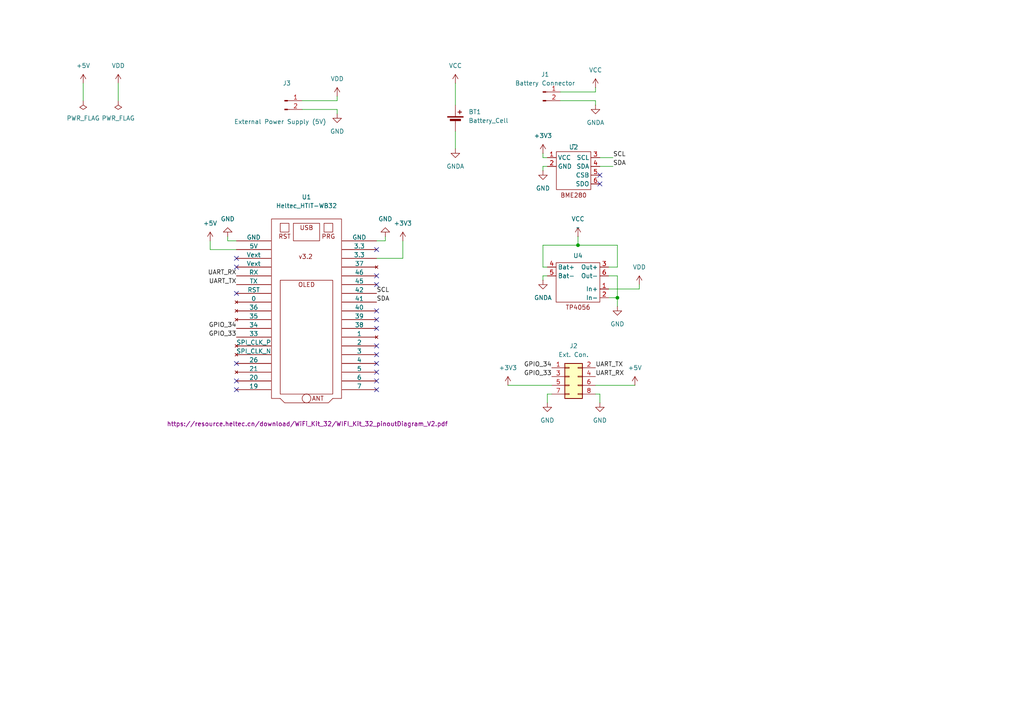
<source format=kicad_sch>
(kicad_sch (version 20231120) (generator "eeschema") (generator_version "8.0")
  (paper "A4")
  (lib_symbols
    (symbol "Connector:Conn_01x02_Pin" (pin_names (offset 1.016) hide)
      (property "Reference" "J" (at 0 2.54 0))
      (property "Value" "Conn_01x02_Pin" (at 0 -5.08 0))
      (symbol "Conn_01x02_Pin_1_1"
        (polyline (pts (xy 1.27 -2.54) (xy 0.8636 -2.54)) (stroke (width 0.1524)))
        (polyline (pts (xy 1.27 0) (xy 0.8636 0)) (stroke (width 0.1524)))
        (rectangle (start 0.8636 -2.413) (end 0 -2.667) (stroke (width 0.1524)) (fill (type outline)))
        (rectangle (start 0.8636 0.127) (end 0 -0.127) (stroke (width 0.1524)) (fill (type outline)))
        (pin passive line (at 5.08 0 180) (length 3.81) (name "Pin_1") (number "1"))
        (pin passive line (at 5.08 -2.54 180) (length 3.81) (name "Pin_2") (number "2"))
      )
    )
    (symbol "Connector_Generic:Conn_02x04_Odd_Even" (pin_names (offset 1.016) hide)
      (property "Reference" "J" (at 1.27 5.08 0))
      (property "Value" "Conn_02x04_Odd_Even" (at 1.27 -7.62 0))
      (symbol "Conn_02x04_Odd_Even_1_1"
        (rectangle (start -1.27 -4.953) (end 0 -5.207) (stroke (width 0.1524)))
        (rectangle (start -1.27 -2.413) (end 0 -2.667) (stroke (width 0.1524)))
        (rectangle (start -1.27 0.127) (end 0 -0.127) (stroke (width 0.1524)))
        (rectangle (start -1.27 2.667) (end 0 2.413) (stroke (width 0.1524)))
        (rectangle (start -1.27 3.81) (end 3.81 -6.35) (stroke (width 0.254)) (fill (type background)))
        (rectangle (start 3.81 -4.953) (end 2.54 -5.207) (stroke (width 0.1524)))
        (rectangle (start 3.81 -2.413) (end 2.54 -2.667) (stroke (width 0.1524)))
        (rectangle (start 3.81 0.127) (end 2.54 -0.127) (stroke (width 0.1524)))
        (rectangle (start 3.81 2.667) (end 2.54 2.413) (stroke (width 0.1524)))
        (pin passive line (at -5.08 2.54 0) (length 3.81) (name "Pin_1") (number "1"))
        (pin passive line (at 7.62 2.54 180) (length 3.81) (name "Pin_2") (number "2"))
        (pin passive line (at -5.08 0 0) (length 3.81) (name "Pin_3") (number "3"))
        (pin passive line (at 7.62 0 180) (length 3.81) (name "Pin_4") (number "4"))
        (pin passive line (at -5.08 -2.54 0) (length 3.81) (name "Pin_5") (number "5"))
        (pin passive line (at 7.62 -2.54 180) (length 3.81) (name "Pin_6") (number "6"))
        (pin passive line (at -5.08 -5.08 0) (length 3.81) (name "Pin_7") (number "7"))
        (pin passive line (at 7.62 -5.08 180) (length 3.81) (name "Pin_8") (number "8"))
      )
    )
    (symbol "Device:Battery_Cell" (pin_numbers hide) (pin_names (offset 0) hide)
      (property "Reference" "BT" (at 2.54 2.54 0))
      (property "Value" "Battery_Cell" (at 2.54 0 0))
      (symbol "Battery_Cell_0_1"
        (rectangle (start -2.286 1.778) (end 2.286 1.524) (fill (type outline)))
        (rectangle (start -1.524 1.016) (end 1.524 0.508) (fill (type outline)))
        (polyline (pts (xy 0 0.762) (xy 0 0)))
        (polyline (pts (xy 0 1.778) (xy 0 2.54)))
        (polyline (pts (xy 0.762 3.048) (xy 1.778 3.048)) (stroke (width 0.254)))
        (polyline (pts (xy 1.27 3.556) (xy 1.27 2.54)) (stroke (width 0.254)))
      )
      (symbol "Battery_Cell_1_1"
        (pin passive line (at 0 5.08 270) (length 2.54) (name "+") (number "1"))
        (pin passive line (at 0 -2.54 90) (length 2.54) (name "-") (number "2"))
      )
    )
    (symbol "heltec_htit-wb32:BME280"
      (property "Reference" "U" (at 0 4.318 0))
      (symbol "BME280_0_1"
        (rectangle (start -5 3) (end 5 -8))
      )
      (symbol "BME280_1_1"
        (text "BME280" (at 0 -9.652 0) (effects (font (size 1.27 1.27))))
        (pin power_in line (at -7.62 1.27 0) (length 2.54) (name "VCC") (number "1"))
        (pin power_in line (at -7.62 -1.27 0) (length 2.54) (name "GND") (number "2"))
        (pin input line (at 7.62 1.27 180) (length 2.54) (name "SCL") (number "3"))
        (pin input line (at 7.62 -1.27 180) (length 2.54) (name "SDA") (number "4"))
        (pin input line (at 7.62 -3.81 180) (length 2.54) (name "CSB") (number "5"))
        (pin input line (at 7.62 -6.35 180) (length 2.54) (name "SDO") (number "6"))
      )
    )
    (symbol "heltec_htit-wb32:Heltec_HTIT-WB32-v3.2" (pin_numbers hide) (pin_names (offset 0))
      (property "Reference" "U" (at 0 27.94 0))
      (property "Value" "Heltec_HTIT-WB32-v3.2" (at 0 -29.718 0))
      (property "Datasheet" "https://resource.heltec.cn/download/WiFi_Kit_32/WIFI_Kit_32_pinoutDiagram_V2.pdf" (at 0.254 -32.766 0))
      (symbol "Heltec_HTIT-WB32-v3.2_0_0"
        (rectangle (start -5.08 22.86) (end -7.62 25.4))
        (rectangle (start 3.81 25.4) (end -3.81 20.32))
        (rectangle (start 5.08 22.86) (end 7.62 25.4))
        (rectangle (start 7.62 -24.13) (end -7.62 8.89))
        (text "OLED" (at 0 7.62 0) (effects (font (size 1.27 1.27))))
        (text "PRG" (at 6.35 21.59 0) (effects (font (size 1.27 1.27))))
        (text "RST" (at -6.35 21.59 0) (effects (font (size 1.27 1.27))))
        (text "USB" (at 0 24.13 0) (effects (font (size 1.27 1.27))))
      )
      (symbol "Heltec_HTIT-WB32-v3.2_0_1"
        (circle (center 0 -25.4) (radius 1.27))
        (polyline (pts (xy 7.62 -25.4) (xy 6.35 -26.67) (xy -6.35 -26.67) (xy -7.62 -25.4)))
        (polyline (pts (xy -7.62 -25.4) (xy -10.16 -25.4) (xy -10.16 26.67) (xy 10.16 26.67) (xy 10.16 -25.4) (xy 7.62 -25.4)))
      )
      (symbol "Heltec_HTIT-WB32-v3.2_1_1"
        (text "ANT" (at 3.302 -25.4 0) (effects (font (size 1.27 1.27))))
        (text "v3.2" (at -0.254 15.748 0) (effects (font (size 1.27 1.27))))
        (pin power_in line (at -20.32 20.32 0) (length 10.0076) (name "GND") (number "1"))
        (pin no_connect line (at -20.32 -2.54 0) (length 10.0076) (name "35") (number "10"))
        (pin bidirectional line (at -20.32 -5.08 0) (length 10.0076) (name "34") (number "11"))
        (pin bidirectional line (at -20.32 -7.62 0) (length 10.0076) (name "33") (number "12"))
        (pin no_connect line (at -20.32 -10.16 0) (length 10.0076) (name "SPI_CLK_P") (number "13"))
        (pin no_connect line (at -20.32 -12.7 0) (length 10.0076) (name "SPI_CLK_N") (number "14"))
        (pin bidirectional line (at -20.32 -15.24 0) (length 10.0076) (name "26") (number "15"))
        (pin no_connect line (at -20.32 -17.78 0) (length 10.0076) (name "21") (number "16"))
        (pin bidirectional line (at -20.32 -20.32 0) (length 10.0076) (name "20") (number "17"))
        (pin bidirectional line (at -20.32 -22.86 0) (length 10.0076) (name "19") (number "18"))
        (pin power_in line (at 20.32 20.32 180) (length 10.0076) (name "GND") (number "19"))
        (pin power_in line (at -20.32 17.78 0) (length 10.0076) (name "5V") (number "2"))
        (pin power_in line (at 20.32 17.78 180) (length 10.0076) (name "3.3") (number "20"))
        (pin power_out line (at 20.32 15.24 180) (length 10.0076) (name "3.3") (number "21"))
        (pin no_connect line (at 20.32 12.7 180) (length 10.0076) (name "37") (number "22"))
        (pin bidirectional line (at 20.32 10.16 180) (length 10.0076) (name "46") (number "23"))
        (pin bidirectional line (at 20.32 7.62 180) (length 10.0076) (name "45") (number "24"))
        (pin bidirectional line (at 20.32 5.08 180) (length 10.0076) (name "42") (number "25"))
        (pin bidirectional line (at 20.32 2.54 180) (length 10.0076) (name "41") (number "26"))
        (pin bidirectional line (at 20.32 0 180) (length 10.0076) (name "40") (number "27"))
        (pin bidirectional line (at 20.32 -2.54 180) (length 10.0076) (name "39") (number "28"))
        (pin bidirectional line (at 20.32 -5.08 180) (length 10.0076) (name "38") (number "29"))
        (pin power_out line (at -20.32 15.24 0) (length 10.0076) (name "Vext") (number "3"))
        (pin no_connect line (at 20.32 -7.62 180) (length 10.0076) (name "1") (number "30"))
        (pin bidirectional line (at 20.32 -10.16 180) (length 10.0076) (name "2") (number "31"))
        (pin bidirectional line (at 20.32 -12.7 180) (length 10.0076) (name "3") (number "32"))
        (pin bidirectional line (at 20.32 -15.24 180) (length 10.0076) (name "4") (number "33"))
        (pin bidirectional line (at 20.32 -17.78 180) (length 10.0076) (name "5") (number "34"))
        (pin bidirectional line (at 20.32 -20.32 180) (length 10.0076) (name "6") (number "35"))
        (pin bidirectional line (at 20.32 -22.86 180) (length 10.0076) (name "7") (number "36"))
        (pin power_out line (at -20.32 12.7 0) (length 10.0076) (name "Vext") (number "4"))
        (pin bidirectional line (at -20.32 10.16 0) (length 10.0076) (name "RX") (number "5"))
        (pin bidirectional line (at -20.32 7.62 0) (length 10.0076) (name "TX") (number "6"))
        (pin bidirectional line (at -20.32 5.08 0) (length 10.0076) (name "RST") (number "7"))
        (pin no_connect line (at -20.32 2.54 0) (length 10.0076) (name "0") (number "8"))
        (pin no_connect line (at -20.32 0 0) (length 10.0076) (name "36") (number "9"))
      )
    )
    (symbol "heltec_htit-wb32:TP4056-HW-373"
      (property "Reference" "U" (at 0 6.858 0))
      (symbol "TP4056-HW-373_0_1"
        (rectangle (start -6.35 5.08) (end 6.35 -6.35))
      )
      (symbol "TP4056-HW-373_1_1"
        (text "TP4056" (at 0 -7.874 0) (effects (font (size 1.27 1.27))))
        (pin power_in line (at 8.89 -2.54 180) (length 2.54) (name "In+") (number "1"))
        (pin power_in line (at 8.89 -5.08 180) (length 2.54) (name "In-") (number "2"))
        (pin power_out line (at 8.89 3.81 180) (length 2.54) (name "Out+") (number "3"))
        (pin passive line (at -8.89 3.81 0) (length 2.54) (name "Bat+") (number "4"))
        (pin power_out line (at -8.89 1.27 0) (length 2.54) (name "Bat-") (number "5"))
        (pin power_out line (at 8.89 1.27 180) (length 2.54) (name "Out-") (number "6"))
      )
    )
    (symbol "power:+3V3" (power) (pin_numbers hide) (pin_names (offset 0) hide)
      (property "Value" "+3V3" (at 0 3.556 0))
      (symbol "+3V3_0_1"
        (polyline (pts (xy -0.762 1.27) (xy 0 2.54)))
        (polyline (pts (xy 0 0) (xy 0 2.54)))
        (polyline (pts (xy 0 2.54) (xy 0.762 1.27)))
      )
      (symbol "+3V3_1_1"
        (pin power_in line (at 0 0 90) (length 0) (name "~") (number "1"))
      )
    )
    (symbol "power:+5V" (power) (pin_numbers hide) (pin_names (offset 0) hide)
      (property "Value" "+5V" (at 0 3.556 0))
      (symbol "+5V_0_1"
        (polyline (pts (xy -0.762 1.27) (xy 0 2.54)))
        (polyline (pts (xy 0 0) (xy 0 2.54)))
        (polyline (pts (xy 0 2.54) (xy 0.762 1.27)))
      )
      (symbol "+5V_1_1"
        (pin power_in line (at 0 0 90) (length 0) (name "~") (number "1"))
      )
    )
    (symbol "power:GND" (power) (pin_numbers hide) (pin_names (offset 0) hide)
      (property "Value" "GND" (at 0 -3.81 0))
      (symbol "GND_0_1"
        (polyline (pts (xy 0 0) (xy 0 -1.27) (xy 1.27 -1.27) (xy 0 -2.54) (xy -1.27 -1.27) (xy 0 -1.27)))
      )
      (symbol "GND_1_1"
        (pin power_in line (at 0 0 270) (length 0) (name "~") (number "1"))
      )
    )
    (symbol "power:GNDA" (power) (pin_numbers hide) (pin_names (offset 0) hide)
      (property "Value" "GNDA" (at 0 -3.81 0))
      (symbol "GNDA_0_1"
        (polyline (pts (xy 0 0) (xy 0 -1.27) (xy 1.27 -1.27) (xy 0 -2.54) (xy -1.27 -1.27) (xy 0 -1.27)))
      )
      (symbol "GNDA_1_1"
        (pin power_in line (at 0 0 270) (length 0) (name "~") (number "1"))
      )
    )
    (symbol "power:PWR_FLAG" (power) (pin_numbers hide) (pin_names (offset 0) hide)
      (property "Value" "PWR_FLAG" (at 0 3.81 0))
      (symbol "PWR_FLAG_0_0"
        (pin power_out line (at 0 0 90) (length 0) (name "~") (number "1"))
      )
      (symbol "PWR_FLAG_0_1"
        (polyline (pts (xy 0 0) (xy 0 1.27) (xy -1.016 1.905) (xy 0 2.54) (xy 1.016 1.905) (xy 0 1.27)))
      )
    )
    (symbol "power:VCC" (power) (pin_numbers hide) (pin_names (offset 0) hide)
      (property "Value" "VCC" (at 0 3.556 0))
      (symbol "VCC_0_1"
        (polyline (pts (xy -0.762 1.27) (xy 0 2.54)))
        (polyline (pts (xy 0 0) (xy 0 2.54)))
        (polyline (pts (xy 0 2.54) (xy 0.762 1.27)))
      )
      (symbol "VCC_1_1"
        (pin power_in line (at 0 0 90) (length 0) (name "~") (number "1"))
      )
    )
    (symbol "power:VDD" (power) (pin_numbers hide) (pin_names (offset 0) hide)
      (property "Value" "VDD" (at 0 3.556 0))
      (symbol "VDD_0_1"
        (polyline (pts (xy -0.762 1.27) (xy 0 2.54)))
        (polyline (pts (xy 0 0) (xy 0 2.54)))
        (polyline (pts (xy 0 2.54) (xy 0.762 1.27)))
      )
      (symbol "VDD_1_1"
        (pin power_in line (at 0 0 90) (length 0) (name "~") (number "1"))
      )
    )
  )
  (junction (at 167.64 71.12))
  (junction (at 179.07 86.36))
  (no_connect (at 109.22 102.87))
  (no_connect (at 68.58 110.49))
  (no_connect (at 109.22 100.33))
  (no_connect (at 173.99 50.8))
  (no_connect (at 109.22 82.55))
  (no_connect (at 68.58 74.93))
  (no_connect (at 109.22 90.17))
  (no_connect (at 109.22 95.25))
  (no_connect (at 109.22 105.41))
  (no_connect (at 109.22 80.01))
  (no_connect (at 109.22 92.71))
  (no_connect (at 173.99 53.34))
  (no_connect (at 109.22 107.95))
  (no_connect (at 109.22 113.03))
  (no_connect (at 68.58 85.09))
  (no_connect (at 68.58 105.41))
  (no_connect (at 109.22 110.49))
  (no_connect (at 68.58 77.47))
  (no_connect (at 68.58 113.03))
  (no_connect (at 109.22 72.39))
  (wire (pts (xy 179.07 86.36) (xy 179.07 80.01)))
  (wire (pts (xy 116.84 74.93) (xy 116.84 69.85)))
  (wire (pts (xy 97.79 31.75) (xy 87.63 31.75)))
  (wire (pts (xy 158.75 116.84) (xy 158.75 114.3)))
  (wire (pts (xy 111.76 68.58) (xy 111.76 69.85)))
  (wire (pts (xy 173.99 114.3) (xy 172.72 114.3)))
  (wire (pts (xy 157.48 48.26) (xy 158.75 48.26)))
  (wire (pts (xy 167.64 71.12) (xy 167.64 68.58)))
  (wire (pts (xy 66.04 69.85) (xy 68.58 69.85)))
  (wire (pts (xy 179.07 80.01) (xy 176.53 80.01)))
  (wire (pts (xy 162.56 26.67) (xy 172.72 26.67)))
  (wire (pts (xy 132.08 24.13) (xy 132.08 30.48)))
  (wire (pts (xy 157.48 44.45) (xy 157.48 45.72)))
  (wire (pts (xy 172.72 26.67) (xy 172.72 25.4)))
  (wire (pts (xy 60.96 72.39) (xy 68.58 72.39)))
  (wire (pts (xy 147.32 111.76) (xy 160.02 111.76)))
  (wire (pts (xy 179.07 71.12) (xy 179.07 77.47)))
  (wire (pts (xy 157.48 81.28) (xy 157.48 80.01)))
  (wire (pts (xy 176.53 86.36) (xy 179.07 86.36)))
  (wire (pts (xy 111.76 69.85) (xy 109.22 69.85)))
  (wire (pts (xy 132.08 38.1) (xy 132.08 43.18)))
  (wire (pts (xy 97.79 33.02) (xy 97.79 31.75)))
  (wire (pts (xy 157.48 77.47) (xy 158.75 77.47)))
  (wire (pts (xy 66.04 68.58) (xy 66.04 69.85)))
  (wire (pts (xy 60.96 69.85) (xy 60.96 72.39)))
  (wire (pts (xy 157.48 80.01) (xy 158.75 80.01)))
  (wire (pts (xy 87.63 29.21) (xy 97.79 29.21)))
  (wire (pts (xy 172.72 30.48) (xy 172.72 29.21)))
  (wire (pts (xy 157.48 71.12) (xy 167.64 71.12)))
  (wire (pts (xy 157.48 71.12) (xy 157.48 77.47)))
  (wire (pts (xy 157.48 49.53) (xy 157.48 48.26)))
  (wire (pts (xy 176.53 83.82) (xy 185.42 83.82)))
  (wire (pts (xy 179.07 77.47) (xy 176.53 77.47)))
  (wire (pts (xy 185.42 82.55) (xy 185.42 83.82)))
  (wire (pts (xy 173.99 45.72) (xy 177.8 45.72)))
  (wire (pts (xy 157.48 45.72) (xy 158.75 45.72)))
  (wire (pts (xy 173.99 114.3) (xy 173.99 116.84)))
  (wire (pts (xy 158.75 114.3) (xy 160.02 114.3)))
  (wire (pts (xy 24.13 24.13) (xy 24.13 29.21)))
  (wire (pts (xy 179.07 86.36) (xy 179.07 88.9)))
  (wire (pts (xy 109.22 74.93) (xy 116.84 74.93)))
  (wire (pts (xy 173.99 48.26) (xy 177.8 48.26)))
  (wire (pts (xy 172.72 111.76) (xy 184.15 111.76)))
  (wire (pts (xy 172.72 29.21) (xy 162.56 29.21)))
  (wire (pts (xy 34.29 24.13) (xy 34.29 29.21)))
  (wire (pts (xy 97.79 29.21) (xy 97.79 27.94)))
  (wire (pts (xy 167.64 71.12) (xy 179.07 71.12)))
  (label "UART_TX" (at 172.72 106.68 0))
  (label "UART_TX" (at 68.58 82.55 180))
  (label "SDA" (at 177.8 48.26 0))
  (label "SCL" (at 177.8 45.72 0))
  (label "GPIO_33" (at 160.02 109.22 180))
  (label "SDA" (at 109.22 87.63 0))
  (label "GPIO_33" (at 68.58 97.79 180))
  (label "SCL" (at 109.22 85.09 0))
  (label "UART_RX" (at 172.72 109.22 0))
  (label "GPIO_34" (at 160.02 106.68 180))
  (label "GPIO_34" (at 68.58 95.25 180))
  (label "UART_RX" (at 68.58 80.01 180))
  (symbol (lib_id "power:GNDA") (at 132.08 43.18 0) (unit 1)
    (property "Reference" "#PWR018" (effects (hide yes)))
    (property "Value" "GNDA" (at 132.08 48.26 0))
    (property "Description" "Power symbol creates a global label with name \"GNDA\" , analog ground" (effects (hide yes)))
  )
  (symbol (lib_id "power:GND") (at 66.04 68.58 180) (unit 1)
    (property "Reference" "#PWR07" (effects (hide yes)))
    (property "Value" "GND" (at 66.04 63.5 0))
    (property "Description" "Power symbol creates a global label with name \"GND\" , ground" (effects (hide yes)))
  )
  (symbol (lib_id "power:GND") (at 111.76 68.58 180) (unit 1)
    (property "Reference" "#PWR08" (effects (hide yes)))
    (property "Value" "GND" (at 111.76 63.5 0))
    (property "Description" "Power symbol creates a global label with name \"GND\" , ground" (effects (hide yes)))
  )
  (symbol (lib_id "power:GNDA") (at 157.48 81.28 0) (unit 1)
    (property "Reference" "#PWR019" (effects (hide yes)))
    (property "Value" "GNDA" (at 157.48 86.36 0))
    (property "Description" "Power symbol creates a global label with name \"GNDA\" , analog ground" (effects (hide yes)))
  )
  (symbol (lib_id "power:PWR_FLAG") (at 34.29 29.21 180) (unit 1)
    (property "Reference" "#FLG02" (effects (hide yes)))
    (property "Value" "PWR_FLAG" (at 34.29 34.29 0))
    (property "Description" "Special symbol for telling ERC where power comes from" (effects (hide yes)))
  )
  (symbol (lib_id "power:GNDA") (at 172.72 30.48 0) (unit 1)
    (property "Reference" "#PWR022" (effects (hide yes)))
    (property "Value" "GNDA" (at 172.72 35.56 0))
    (property "Description" "Power symbol creates a global label with name \"GNDA\" , analog ground" (effects (hide yes)))
  )
  (symbol (lib_id "heltec_htit-wb32:BME280") (at 166.37 46.99 0) (unit 1)
    (property "Reference" "U2" (at 166.37 42.672 0))
    (property "Value" "~" (at 166.37 41.91 0))
    (property "Footprint" "custom_lib:BME280" (effects (hide yes)))
  )
  (symbol (lib_id "power:GND") (at 158.75 116.84 0) (unit 1)
    (property "Reference" "#PWR02" (effects (hide yes)))
    (property "Value" "GND" (at 158.75 121.92 0))
    (property "Description" "Power symbol creates a global label with name \"GND\" , ground" (effects (hide yes)))
  )
  (symbol (lib_id "power:VDD") (at 185.42 82.55 0) (unit 1)
    (property "Reference" "#PWR011" (effects (hide yes)))
    (property "Value" "VDD" (at 185.42 77.47 0))
    (property "Description" "Power symbol creates a global label with name \"VDD\"" (effects (hide yes)))
  )
  (symbol (lib_id "Connector:Conn_01x02_Pin") (at 157.48 26.67 0) (unit 1)
    (property "Reference" "J1" (at 158.115 21.59 0))
    (property "Value" "Battery Connector" (at 158.115 24.13 0))
    (property "Footprint" "Connector_PinHeader_2.54mm:PinHeader_1x02_P2.54mm_Vertical" (effects (hide yes)))
    (property "Description" "Generic connector, single row, 01x02, script generated" (effects (hide yes)))
  )
  (symbol (lib_id "power:GND") (at 179.07 88.9 0) (unit 1)
    (property "Reference" "#PWR013" (effects (hide yes)))
    (property "Value" "GND" (at 179.07 93.98 0))
    (property "Description" "Power symbol creates a global label with name \"GND\" , ground" (effects (hide yes)))
  )
  (symbol (lib_id "Connector:Conn_01x02_Pin") (at 82.55 29.21 0) (unit 1)
    (property "Reference" "J3" (at 83.185 24.13 0))
    (property "Value" "External Power Supply (5V)" (at 81.28 35.306 0))
    (property "Footprint" "Connector_PinHeader_2.54mm:PinHeader_1x02_P2.54mm_Vertical" (effects (hide yes)))
    (property "Description" "Generic connector, single row, 01x02, script generated" (effects (hide yes)))
  )
  (symbol (lib_id "power:+5V") (at 184.15 111.76 0) (unit 1)
    (property "Reference" "#PWR014" (effects (hide yes)))
    (property "Value" "+5V" (at 184.15 106.68 0))
    (property "Description" "Power symbol creates a global label with name \"+5V\"" (effects (hide yes)))
  )
  (symbol (lib_id "heltec_htit-wb32:Heltec_HTIT-WB32-v3.2") (at 88.9 90.17 0) (unit 1)
    (property "Reference" "U1" (at 88.9 57.15 0))
    (property "Value" "Heltec_HTIT-WB32" (at 88.9 59.69 0))
    (property "Footprint" "custom_lib:Heltec Lora" (effects (hide yes)))
    (property "Datasheet" "https://resource.heltec.cn/download/WiFi_Kit_32/WIFI_Kit_32_pinoutDiagram_V2.pdf" (at 89.154 122.936 0))
  )
  (symbol (lib_id "Device:Battery_Cell") (at 132.08 35.56 0) (unit 1)
    (property "Reference" "BT1" (at 135.89 32.4484 0) (effects (justify left)))
    (property "Value" "Battery_Cell" (at 135.89 34.9884 0) (effects (justify left)))
    (property "Footprint" "custom_lib:Batteriehalter 18650" (effects (hide yes)))
    (property "Description" "Single-cell battery" (effects (hide yes)))
  )
  (symbol (lib_id "power:VCC") (at 172.72 25.4 0) (unit 1)
    (property "Reference" "#PWR021" (effects (hide yes)))
    (property "Value" "VCC" (at 172.72 20.32 0))
    (property "Description" "Power symbol creates a global label with name \"VCC\"" (effects (hide yes)))
  )
  (symbol (lib_id "power:+3V3") (at 157.48 44.45 0) (unit 1)
    (property "Reference" "#PWR016" (effects (hide yes)))
    (property "Value" "+3V3" (at 157.48 39.37 0))
    (property "Description" "Power symbol creates a global label with name \"+3V3\"" (effects (hide yes)))
  )
  (symbol (lib_id "Connector_Generic:Conn_02x04_Odd_Even") (at 165.1 109.22 0) (unit 1)
    (property "Reference" "J2" (at 166.37 100.33 0))
    (property "Value" "Ext. Con." (at 166.37 102.87 0))
    (property "Footprint" "Connector_PinHeader_2.54mm:PinHeader_2x04_P2.54mm_Vertical" (effects (hide yes)))
    (property "Description" "Generic connector, double row, 02x04, odd/even pin numbering scheme (row 1 odd numbers, row 2 even numbers), script generated (kicad-library-utils/schlib/autogen/connector/)" (effects (hide yes)))
  )
  (symbol (lib_id "power:GND") (at 173.99 116.84 0) (unit 1)
    (property "Reference" "#PWR020" (effects (hide yes)))
    (property "Value" "GND" (at 173.99 121.92 0))
    (property "Description" "Power symbol creates a global label with name \"GND\" , ground" (effects (hide yes)))
  )
  (symbol (lib_id "power:GND") (at 157.48 49.53 0) (unit 1)
    (property "Reference" "#PWR015" (effects (hide yes)))
    (property "Value" "GND" (at 157.48 54.61 0))
    (property "Description" "Power symbol creates a global label with name \"GND\" , ground" (effects (hide yes)))
  )
  (symbol (lib_id "power:+5V") (at 24.13 24.13 0) (unit 1)
    (property "Reference" "#PWR04" (effects (hide yes)))
    (property "Value" "+5V" (at 24.13 19.05 0))
    (property "Description" "Power symbol creates a global label with name \"+5V\"" (effects (hide yes)))
  )
  (symbol (lib_id "heltec_htit-wb32:TP4056-HW-373") (at 167.64 81.28 0) (unit 1)
    (property "Reference" "U4" (at 167.64 74.168 0))
    (property "Value" "~" (at 167.64 66.04 0))
    (property "Footprint" "custom_lib:TP4056" (effects (hide yes)))
  )
  (symbol (lib_id "power:VDD") (at 97.79 27.94 0) (unit 1)
    (property "Reference" "#PWR023" (effects (hide yes)))
    (property "Value" "VDD" (at 97.79 22.86 0))
    (property "Description" "Power symbol creates a global label with name \"VDD\"" (effects (hide yes)))
  )
  (symbol (lib_id "power:VCC") (at 167.64 68.58 0) (unit 1)
    (property "Reference" "#PWR09" (effects (hide yes)))
    (property "Value" "VCC" (at 167.64 63.5 0))
    (property "Description" "Power symbol creates a global label with name \"VCC\"" (effects (hide yes)))
  )
  (symbol (lib_id "power:+5V") (at 60.96 69.85 0) (unit 1)
    (property "Reference" "#PWR012" (effects (hide yes)))
    (property "Value" "+5V" (at 60.96 64.77 0))
    (property "Description" "Power symbol creates a global label with name \"+5V\"" (effects (hide yes)))
  )
  (symbol (lib_id "power:VCC") (at 132.08 24.13 0) (unit 1)
    (property "Reference" "#PWR01" (effects (hide yes)))
    (property "Value" "VCC" (at 132.08 19.05 0))
    (property "Description" "Power symbol creates a global label with name \"VCC\"" (effects (hide yes)))
  )
  (symbol (lib_id "power:VDD") (at 34.29 24.13 0) (unit 1)
    (property "Reference" "#PWR06" (effects (hide yes)))
    (property "Value" "VDD" (at 34.29 19.05 0))
    (property "Description" "Power symbol creates a global label with name \"VDD\"" (effects (hide yes)))
  )
  (symbol (lib_id "power:GND") (at 97.79 33.02 0) (unit 1)
    (property "Reference" "#PWR03" (effects (hide yes)))
    (property "Value" "GND" (at 97.79 38.1 0))
    (property "Description" "Power symbol creates a global label with name \"GND\" , ground" (effects (hide yes)))
  )
  (symbol (lib_id "power:+3V3") (at 116.84 69.85 0) (unit 1)
    (property "Reference" "#PWR017" (effects (hide yes)))
    (property "Value" "+3V3" (at 116.84 64.77 0))
    (property "Description" "Power symbol creates a global label with name \"+3V3\"" (effects (hide yes)))
  )
  (symbol (lib_id "power:PWR_FLAG") (at 24.13 29.21 180) (unit 1)
    (property "Reference" "#FLG01" (effects (hide yes)))
    (property "Value" "PWR_FLAG" (at 24.13 34.29 0))
    (property "Description" "Special symbol for telling ERC where power comes from" (effects (hide yes)))
  )
  (symbol (lib_id "power:+3V3") (at 147.32 111.76 0) (unit 1)
    (property "Reference" "#PWR010" (effects (hide yes)))
    (property "Value" "+3V3" (at 147.32 106.68 0))
    (property "Description" "Power symbol creates a global label with name \"+3V3\"" (effects (hide yes)))
  )
)
</source>
